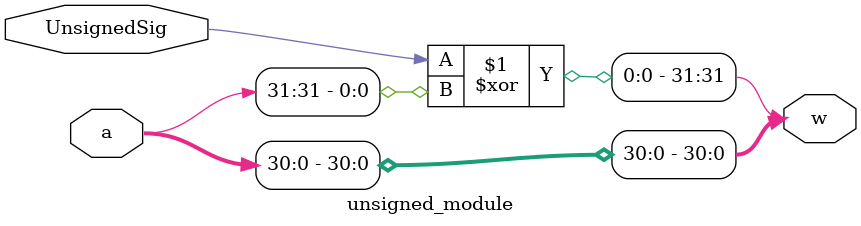
<source format=v>
module unsigned_module(a, UnsignedSig, w);

	input [31:0] a;
	input UnsignedSig;
	output [31:0] w;
	
	assign w = {UnsignedSig ^ a[31], a[30:0]};
	
endmodule
</source>
